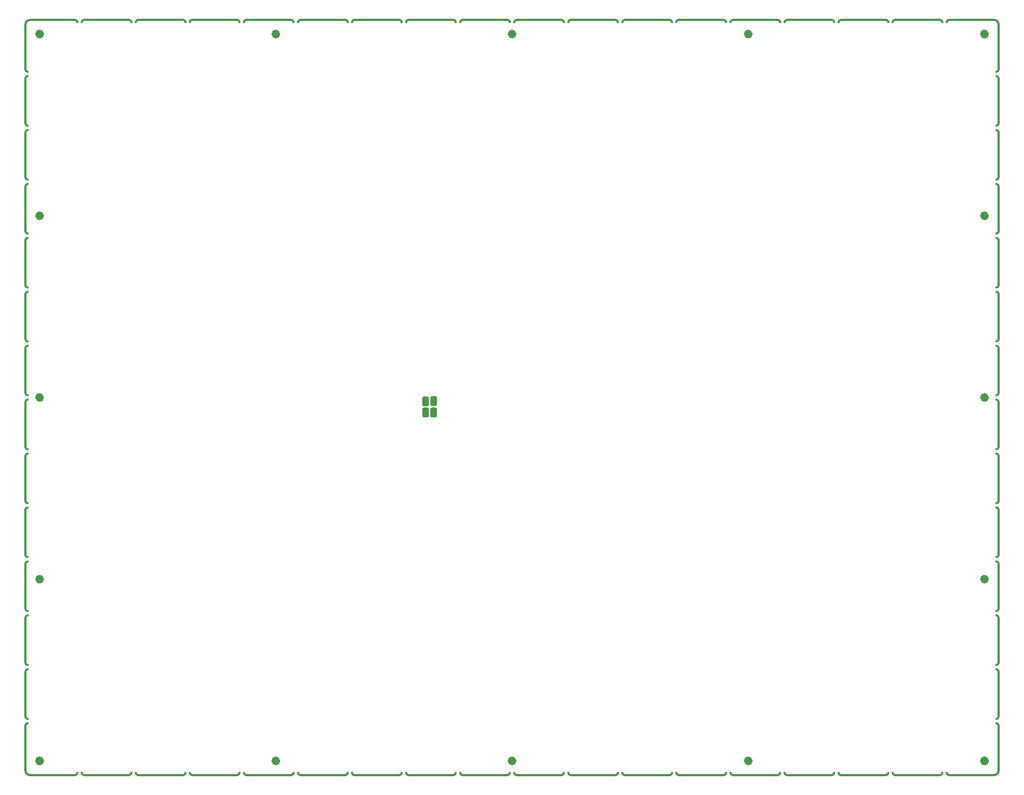
<source format=gbp>
G04 #@! TF.GenerationSoftware,KiCad,Pcbnew,7.0.7-7.0.7~ubuntu23.04.1*
G04 #@! TF.CreationDate,2023-09-10T12:56:42+00:00*
G04 #@! TF.ProjectId,stencil,7374656e-6369-46c2-9e6b-696361645f70,2.1.0*
G04 #@! TF.SameCoordinates,Original*
G04 #@! TF.FileFunction,Paste,Bot*
G04 #@! TF.FilePolarity,Positive*
%FSLAX46Y46*%
G04 Gerber Fmt 4.6, Leading zero omitted, Abs format (unit mm)*
G04 Created by KiCad (PCBNEW 7.0.7-7.0.7~ubuntu23.04.1) date 2023-09-10 12:56:42*
%MOMM*%
%LPD*%
G01*
G04 APERTURE LIST*
G04 Aperture macros list*
%AMRoundRect*
0 Rectangle with rounded corners*
0 $1 Rounding radius*
0 $2 $3 $4 $5 $6 $7 $8 $9 X,Y pos of 4 corners*
0 Add a 4 corners polygon primitive as box body*
4,1,4,$2,$3,$4,$5,$6,$7,$8,$9,$2,$3,0*
0 Add four circle primitives for the rounded corners*
1,1,$1+$1,$2,$3*
1,1,$1+$1,$4,$5*
1,1,$1+$1,$6,$7*
1,1,$1+$1,$8,$9*
0 Add four rect primitives between the rounded corners*
20,1,$1+$1,$2,$3,$4,$5,0*
20,1,$1+$1,$4,$5,$6,$7,0*
20,1,$1+$1,$6,$7,$8,$9,0*
20,1,$1+$1,$8,$9,$2,$3,0*%
G04 Aperture macros list end*
%ADD10C,0.500000*%
%ADD11C,1.000000*%
%ADD12C,1.050000*%
%ADD13RoundRect,0.381000X0.381000X-0.762000X0.381000X0.762000X-0.381000X0.762000X-0.381000X-0.762000X0*%
G04 APERTURE END LIST*
D10*
X197000000Y-10642852D02*
X197000000Y-21071423D01*
D11*
X-23250000Y10625000D02*
G75*
G03*
X-23250000Y10625000I-500000J0D01*
G01*
D10*
X-27000000Y41071432D02*
G75*
G03*
X-26500000Y40571432I500001J1D01*
G01*
X185555548Y-34500000D02*
X195999992Y-34500000D01*
X-27000000Y78357145D02*
G75*
G03*
X-26500000Y77857145I500001J1D01*
G01*
X110388900Y-34000000D02*
G75*
G03*
X110888884Y-34500000I500000J0D01*
G01*
X-27000000Y26642861D02*
X-27000000Y16214290D01*
D12*
X194275000Y136250000D02*
G75*
G03*
X194275000Y136250000I-525000J0D01*
G01*
D10*
X-27000000Y-21071423D02*
G75*
G03*
X-26500000Y-21571423I500001J1D01*
G01*
X-27000000Y65928574D02*
G75*
G03*
X-26500000Y65428574I500001J1D01*
G01*
D11*
X85500000Y-31250000D02*
G75*
G03*
X85500000Y-31250000I-500000J0D01*
G01*
D10*
X135277800Y-34000000D02*
G75*
G03*
X135777772Y-34500000I500000J0D01*
G01*
X196500000Y127571400D02*
G75*
G03*
X197000000Y128071429I0J500000D01*
G01*
X-2611100Y139000000D02*
G75*
G03*
X-3111112Y139500000I-500000J0D01*
G01*
D11*
X139875000Y-31250000D02*
G75*
G03*
X139875000Y-31250000I-500000J0D01*
G01*
D10*
X-27000000Y88785716D02*
X-27000000Y78357145D01*
X36222220Y139499980D02*
G75*
G03*
X35722220Y139000000I-20J-499980D01*
G01*
X47166700Y139000000D02*
G75*
G03*
X46666664Y139500000I-500000J0D01*
G01*
X35722200Y-34000000D02*
G75*
G03*
X36222220Y-34500000I500000J0D01*
G01*
X-27000000Y76357145D02*
X-27000000Y65928574D01*
X59611100Y139000000D02*
G75*
G03*
X59111108Y139500000I-500000J0D01*
G01*
X146722200Y139000000D02*
G75*
G03*
X146222216Y139500000I-500000J0D01*
G01*
X196999987Y101214287D02*
G75*
G03*
X196500000Y101714287I-499987J13D01*
G01*
X196999990Y14214290D02*
G75*
G03*
X196500000Y14714290I-499990J10D01*
G01*
X-27000000Y51500003D02*
X-27000000Y41071432D01*
X-27000000Y-10642852D02*
X-27000000Y-21071423D01*
X197000019Y1785719D02*
G75*
G03*
X196500000Y2285719I-500019J-19D01*
G01*
D11*
X-23250000Y52500000D02*
G75*
G03*
X-23250000Y52500000I-500000J0D01*
G01*
D10*
X-26500000Y39571432D02*
G75*
G03*
X-27000000Y39071432I1J-500001D01*
G01*
X197000000Y39071432D02*
X197000000Y28642861D01*
D12*
X-23225000Y136250000D02*
G75*
G03*
X-23225000Y136250000I-525000J0D01*
G01*
D10*
X-27000000Y101214287D02*
X-27000000Y90785716D01*
X-27000000Y128071429D02*
G75*
G03*
X-26500000Y127571429I500001J1D01*
G01*
X22277800Y139000000D02*
G75*
G03*
X21777776Y139500000I-500000J0D01*
G01*
X-1111112Y139500000D02*
X9333332Y139500000D01*
X-26500000Y-10142852D02*
G75*
G03*
X-27000000Y-10642852I1J-500001D01*
G01*
X196500000Y3285700D02*
G75*
G03*
X197000000Y3785719I0J500000D01*
G01*
X73555552Y-34500000D02*
X83999996Y-34500000D01*
X197000000Y138500000D02*
X197000000Y128071429D01*
X34722200Y139000000D02*
G75*
G03*
X34222220Y139500000I-500000J0D01*
G01*
X133777772Y-34499972D02*
G75*
G03*
X134277772Y-34000000I28J499972D01*
G01*
D12*
X194275000Y-31250000D02*
G75*
G03*
X194275000Y-31250000I-525000J0D01*
G01*
D10*
X36222220Y-34500000D02*
X46666664Y-34500000D01*
X-26500000Y101714287D02*
G75*
G03*
X-27000000Y101214287I1J-500001D01*
G01*
X-26500000Y52000003D02*
G75*
G03*
X-27000000Y51500003I1J-500001D01*
G01*
X197000000Y101214287D02*
X197000000Y90785716D01*
X97944400Y-34000000D02*
G75*
G03*
X98444440Y-34500000I500000J0D01*
G01*
X-27000000Y-23071423D02*
X-27000000Y-33499994D01*
X184055500Y139000000D02*
G75*
G03*
X183555548Y139500000I-500000J0D01*
G01*
X109388900Y139000000D02*
G75*
G03*
X108888884Y139500000I-500000J0D01*
G01*
X196500000Y65428600D02*
G75*
G03*
X197000000Y65928574I0J500000D01*
G01*
X36222220Y139500000D02*
X46666664Y139500000D01*
X83999996Y-34499996D02*
G75*
G03*
X84499996Y-34000000I4J499996D01*
G01*
X-27000000Y138500000D02*
X-27000000Y128071429D01*
X183555548Y-34500048D02*
G75*
G03*
X184055548Y-34000000I-48J500048D01*
G01*
X-26500000Y27142861D02*
G75*
G03*
X-27000000Y26642861I1J-500001D01*
G01*
X197000000Y76357145D02*
X197000000Y65928574D01*
X148222216Y139499984D02*
G75*
G03*
X147722216Y139000000I-16J-499984D01*
G01*
X23777776Y139500024D02*
G75*
G03*
X23277776Y139000000I24J-500024D01*
G01*
X196500000Y77857100D02*
G75*
G03*
X197000000Y78357145I0J500000D01*
G01*
X-26500000Y126571429D02*
G75*
G03*
X-27000000Y126071429I1J-500001D01*
G01*
X135777772Y-34500000D02*
X146222216Y-34500000D01*
X108888884Y-34499984D02*
G75*
G03*
X109388884Y-34000000I16J499984D01*
G01*
X122833300Y-34000000D02*
G75*
G03*
X123333328Y-34500000I500000J0D01*
G01*
X196999977Y-23071423D02*
G75*
G03*
X196500000Y-22571423I-499977J23D01*
G01*
X-13555556Y139500006D02*
G75*
G03*
X-14055556Y139000000I6J-500006D01*
G01*
X11333332Y139499968D02*
G75*
G03*
X10833332Y139000000I-32J-499968D01*
G01*
X96444440Y-34500040D02*
G75*
G03*
X96944440Y-34000000I-40J500040D01*
G01*
X96944400Y139000000D02*
G75*
G03*
X96444440Y139500000I-500000J0D01*
G01*
X-26500000Y-22571423D02*
G75*
G03*
X-27000000Y-23071423I1J-500001D01*
G01*
X48666664Y-34500000D02*
X59111108Y-34500000D01*
X197000000Y88785716D02*
X197000000Y78357145D01*
X9833300Y139000000D02*
G75*
G03*
X9333332Y139500000I-500000J0D01*
G01*
X160666660Y139500040D02*
G75*
G03*
X160166660Y139000000I40J-500040D01*
G01*
X160666660Y139500000D02*
X171111104Y139500000D01*
X-26500000Y2285719D02*
G75*
G03*
X-27000000Y1785719I1J-500001D01*
G01*
X-27000000Y53500003D02*
G75*
G03*
X-26500000Y53000003I500001J1D01*
G01*
X173111104Y139499996D02*
G75*
G03*
X172611104Y139000000I-4J-499996D01*
G01*
X197000000Y26642861D02*
X197000000Y16214290D01*
X-26500000Y64428574D02*
G75*
G03*
X-27000000Y63928574I1J-500001D01*
G01*
X197000016Y88785716D02*
G75*
G03*
X196500000Y89285716I-500016J-16D01*
G01*
X-15055560Y139000000D02*
G75*
G03*
X-15555556Y139500000I-500000J0D01*
G01*
X110888884Y139500000D02*
X121333328Y139500000D01*
X61111108Y139500000D02*
X71555552Y139500000D01*
D11*
X85500000Y136250000D02*
G75*
G03*
X85500000Y136250000I-500000J0D01*
G01*
D10*
X-27000000Y103214287D02*
G75*
G03*
X-26500000Y102714287I500001J1D01*
G01*
X121333328Y-34500028D02*
G75*
G03*
X121833328Y-34000000I-28J500028D01*
G01*
X110888884Y139500016D02*
G75*
G03*
X110388884Y139000000I16J-500016D01*
G01*
X85999996Y139500004D02*
G75*
G03*
X85499996Y139000000I4J-500004D01*
G01*
X-13555556Y139500000D02*
X-3111112Y139500000D01*
X160666660Y-34500000D02*
X171111104Y-34500000D01*
X48666664Y139500036D02*
G75*
G03*
X48166664Y139000000I36J-500036D01*
G01*
X-3111112Y-34499988D02*
G75*
G03*
X-2611112Y-34000000I12J499988D01*
G01*
X-27000000Y63928574D02*
X-27000000Y53500003D01*
X85500000Y-34000000D02*
G75*
G03*
X85999996Y-34500000I500000J0D01*
G01*
X-26000000Y139500000D02*
X-15555556Y139500000D01*
X-27000000Y16214290D02*
G75*
G03*
X-26500000Y15714290I500001J1D01*
G01*
X60611100Y-34000000D02*
G75*
G03*
X61111108Y-34500000I500000J0D01*
G01*
X196500000Y53000000D02*
G75*
G03*
X197000000Y53500003I0J500000D01*
G01*
X196999974Y63928574D02*
G75*
G03*
X196500000Y64428574I-499974J26D01*
G01*
X196500000Y-21571400D02*
G75*
G03*
X197000000Y-21071423I0J500000D01*
G01*
X46666664Y-34499964D02*
G75*
G03*
X47166664Y-34000000I36J499964D01*
G01*
X-14055550Y-34000000D02*
G75*
G03*
X-13555556Y-34500000I500000J0D01*
G01*
X-26500000Y76857145D02*
G75*
G03*
X-27000000Y76357145I1J-500001D01*
G01*
X196500000Y90285700D02*
G75*
G03*
X197000000Y90785716I0J500000D01*
G01*
X196500000Y115142900D02*
G75*
G03*
X197000000Y115642858I0J500000D01*
G01*
X98444440Y139500000D02*
X108888884Y139500000D01*
X-27000000Y28642861D02*
G75*
G03*
X-26500000Y28142861I500001J1D01*
G01*
X-26500000Y14714290D02*
G75*
G03*
X-27000000Y14214290I1J-500001D01*
G01*
X123333328Y139500000D02*
X133777772Y139500000D01*
X11333332Y-34500000D02*
X21777776Y-34500000D01*
X-27000000Y3785719D02*
G75*
G03*
X-26500000Y3285719I500001J1D01*
G01*
X196500000Y15714300D02*
G75*
G03*
X197000000Y16214290I0J500000D01*
G01*
X34222220Y-34500020D02*
G75*
G03*
X34722220Y-34000000I-20J500020D01*
G01*
X197000000Y14214290D02*
X197000000Y3785719D01*
X98444440Y139499960D02*
G75*
G03*
X97944440Y139000000I-40J-499960D01*
G01*
X197000000Y51500003D02*
X197000000Y41071432D01*
X23777776Y-34500000D02*
X34222220Y-34500000D01*
X73555552Y139500048D02*
G75*
G03*
X73055552Y139000000I48J-500048D01*
G01*
X173111104Y139500000D02*
X183555548Y139500000D01*
X98444440Y-34500000D02*
X108888884Y-34500000D01*
X-26500000Y114142858D02*
G75*
G03*
X-27000000Y113642858I1J-500001D01*
G01*
X-27000000Y-33500000D02*
G75*
G03*
X-26000000Y-34500000I999999J-1D01*
G01*
D11*
X-23250000Y94375000D02*
G75*
G03*
X-23250000Y94375000I-500000J0D01*
G01*
D10*
X123333328Y139499972D02*
G75*
G03*
X122833328Y139000000I-28J-499972D01*
G01*
X-27000000Y126071429D02*
X-27000000Y115642858D01*
X159166700Y139000000D02*
G75*
G03*
X158666660Y139500000I-500000J0D01*
G01*
X-1111112Y-34500000D02*
X9333332Y-34500000D01*
X-26000000Y139500000D02*
G75*
G03*
X-27000000Y138500000I-1J-999999D01*
G01*
X196500000Y40571400D02*
G75*
G03*
X197000000Y41071432I0J500000D01*
G01*
X85999996Y139500000D02*
X96444440Y139500000D01*
X196999961Y26642861D02*
G75*
G03*
X196500000Y27142861I-499961J39D01*
G01*
X61111108Y-34500000D02*
X71555552Y-34500000D01*
X196500000Y-9142900D02*
G75*
G03*
X197000000Y-8642852I0J500000D01*
G01*
X197000000Y-23071423D02*
X197000000Y-33499994D01*
X61111108Y139499992D02*
G75*
G03*
X60611108Y139000000I-8J-499992D01*
G01*
X-27000000Y-8642852D02*
G75*
G03*
X-26500000Y-9142852I500001J1D01*
G01*
X48166700Y-34000000D02*
G75*
G03*
X48666664Y-34500000I500000J0D01*
G01*
D11*
X194250000Y52500000D02*
G75*
G03*
X194250000Y52500000I-500000J0D01*
G01*
D10*
X-27000000Y39071432D02*
X-27000000Y28642861D01*
X-27000000Y14214290D02*
X-27000000Y3785719D01*
X-1111112Y139500012D02*
G75*
G03*
X-1611112Y139000000I12J-500012D01*
G01*
D11*
X139875000Y136250000D02*
G75*
G03*
X139875000Y136250000I-500000J0D01*
G01*
D10*
X146222216Y-34500016D02*
G75*
G03*
X146722216Y-34000000I-16J500016D01*
G01*
X-27000000Y90785716D02*
G75*
G03*
X-26500000Y90285716I500001J1D01*
G01*
X171111104Y-34500004D02*
G75*
G03*
X171611104Y-34000000I-4J500004D01*
G01*
X71555552Y-34499952D02*
G75*
G03*
X72055552Y-34000000I48J499952D01*
G01*
X23777776Y139500000D02*
X34222220Y139500000D01*
X23277800Y-34000000D02*
G75*
G03*
X23777776Y-34500000I500000J0D01*
G01*
X197000000Y126071429D02*
X197000000Y115642858D01*
D11*
X194250000Y10625000D02*
G75*
G03*
X194250000Y10625000I-500000J0D01*
G01*
D10*
X134277800Y139000000D02*
G75*
G03*
X133777772Y139500000I-500000J0D01*
G01*
X197000003Y51500003D02*
G75*
G03*
X196500000Y52000003I-500003J-3D01*
G01*
X196500000Y28142900D02*
G75*
G03*
X197000000Y28642861I0J500000D01*
G01*
X197000000Y1785719D02*
X197000000Y-8642852D01*
X73555552Y139500000D02*
X83999996Y139500000D01*
X-15555556Y-34500004D02*
G75*
G03*
X-15055556Y-34000000I-4J500004D01*
G01*
X197000029Y126071429D02*
G75*
G03*
X196500000Y126571429I-500029J-29D01*
G01*
X21777776Y-34499976D02*
G75*
G03*
X22277776Y-34000000I24J499976D01*
G01*
X10833300Y-34000000D02*
G75*
G03*
X11333332Y-34500000I500000J0D01*
G01*
D11*
X31125000Y-31250000D02*
G75*
G03*
X31125000Y-31250000I-500000J0D01*
G01*
D10*
X11333332Y139500000D02*
X21777776Y139500000D01*
D11*
X31125000Y136250000D02*
G75*
G03*
X31125000Y136250000I-500000J0D01*
G01*
D10*
X147722200Y-34000000D02*
G75*
G03*
X148222216Y-34500000I500000J0D01*
G01*
X197000032Y39071432D02*
G75*
G03*
X196500000Y39571432I-500032J-32D01*
G01*
X197000000Y63928574D02*
X197000000Y53500003D01*
X197000000Y113642858D02*
X197000000Y103214287D01*
X121833300Y139000000D02*
G75*
G03*
X121333328Y139500000I-500000J0D01*
G01*
X185055500Y-34000000D02*
G75*
G03*
X185555548Y-34500000I500000J0D01*
G01*
X197000048Y-10642852D02*
G75*
G03*
X196500000Y-10142852I-500048J-48D01*
G01*
X185555548Y139500000D02*
X195999992Y139500000D01*
X197000000Y138500000D02*
G75*
G03*
X196000000Y139500000I-1000000J0D01*
G01*
X135777772Y139500028D02*
G75*
G03*
X135277772Y139000000I28J-500028D01*
G01*
X110888884Y-34500000D02*
X121333328Y-34500000D01*
X72055600Y139000000D02*
G75*
G03*
X71555552Y139500000I-500000J0D01*
G01*
X85999996Y-34500000D02*
X96444440Y-34500000D01*
X84500000Y139000000D02*
G75*
G03*
X83999996Y139500000I-500000J0D01*
G01*
X135777772Y139500000D02*
X146222216Y139500000D01*
X9333332Y-34500032D02*
G75*
G03*
X9833332Y-34000000I-32J500032D01*
G01*
X148222216Y-34500000D02*
X158666660Y-34500000D01*
X-27000000Y113642858D02*
X-27000000Y103214287D01*
X-1611100Y-34000000D02*
G75*
G03*
X-1111112Y-34500000I500000J0D01*
G01*
X73055600Y-34000000D02*
G75*
G03*
X73555552Y-34500000I500000J0D01*
G01*
X185555548Y139499952D02*
G75*
G03*
X185055548Y139000000I-48J-499952D01*
G01*
X-27000000Y1785719D02*
X-27000000Y-8642852D01*
X-26000000Y-34500000D02*
X-15555556Y-34500000D01*
X-13555556Y-34500000D02*
X-3111112Y-34500000D01*
X171611100Y139000000D02*
G75*
G03*
X171111104Y139500000I-500000J0D01*
G01*
X172611100Y-34000000D02*
G75*
G03*
X173111104Y-34500000I500000J0D01*
G01*
X148222216Y139500000D02*
X158666660Y139500000D01*
X158666660Y-34499960D02*
G75*
G03*
X159166660Y-34000000I40J499960D01*
G01*
D12*
X-23225000Y-31250000D02*
G75*
G03*
X-23225000Y-31250000I-525000J0D01*
G01*
D10*
X197000045Y76357145D02*
G75*
G03*
X196500000Y76857145I-500045J-45D01*
G01*
X196999958Y113642858D02*
G75*
G03*
X196500000Y114142858I-499958J42D01*
G01*
X-27000000Y115642858D02*
G75*
G03*
X-26500000Y115142858I500001J1D01*
G01*
X196500000Y102714300D02*
G75*
G03*
X197000000Y103214287I0J500000D01*
G01*
X59111108Y-34500008D02*
G75*
G03*
X59611108Y-34000000I-8J500008D01*
G01*
X173111104Y-34500000D02*
X183555548Y-34500000D01*
X123333328Y-34500000D02*
X133777772Y-34500000D01*
X160166700Y-34000000D02*
G75*
G03*
X160666660Y-34500000I500000J0D01*
G01*
X48666664Y139500000D02*
X59111108Y139500000D01*
X-26500000Y89285716D02*
G75*
G03*
X-27000000Y88785716I1J-500001D01*
G01*
D11*
X194250000Y94375000D02*
G75*
G03*
X194250000Y94375000I-500000J0D01*
G01*
D10*
X196000000Y-34500000D02*
G75*
G03*
X197000000Y-33500000I0J1000000D01*
G01*
D13*
G04 #@! TO.C,F3*
X65060000Y49000000D03*
X65060000Y51600000D03*
G04 #@! TD*
G04 #@! TO.C,F2*
X66990000Y49010000D03*
X66990000Y51610000D03*
G04 #@! TD*
M02*

</source>
